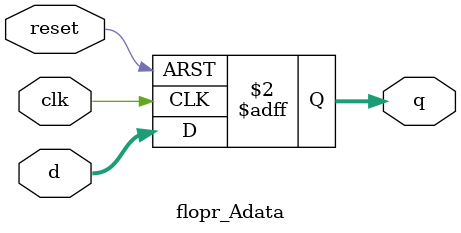
<source format=sv>
 module flopr_Adata #(parameter WIDTH = 8)
                        (input    logic                     clk, reset,
                         input    logic [WIDTH-1:0] d,
                         output logic [WIDTH-1:0] q);
    always_ff @(posedge clk, posedge reset)
                       if (reset) q <= 0;
                       else           q <= d;
endmodule
</source>
